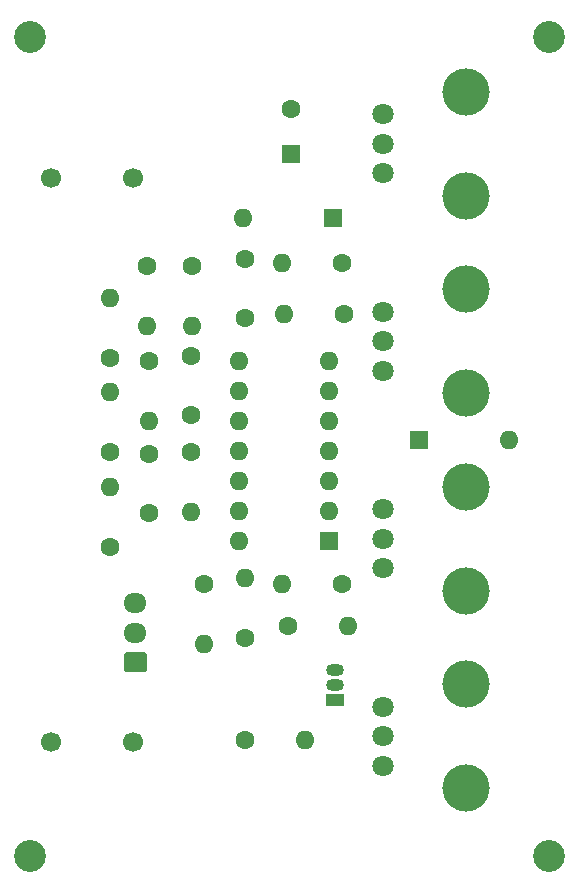
<source format=gbr>
G04 #@! TF.GenerationSoftware,KiCad,Pcbnew,(5.0.1)-rc2*
G04 #@! TF.CreationDate,2018-12-04T01:24:35-05:00*
G04 #@! TF.ProjectId,envelope,656E76656C6F70652E6B696361645F70,rev?*
G04 #@! TF.SameCoordinates,Original*
G04 #@! TF.FileFunction,Soldermask,Bot*
G04 #@! TF.FilePolarity,Negative*
%FSLAX46Y46*%
G04 Gerber Fmt 4.6, Leading zero omitted, Abs format (unit mm)*
G04 Created by KiCad (PCBNEW (5.0.1)-rc2) date 12/4/2018 1:24:35 AM*
%MOMM*%
%LPD*%
G01*
G04 APERTURE LIST*
%ADD10C,2.700000*%
%ADD11C,1.600000*%
%ADD12O,1.600000X1.600000*%
%ADD13C,4.000000*%
%ADD14C,1.800000*%
%ADD15R,1.600000X1.600000*%
%ADD16C,0.100000*%
%ADD17C,1.700000*%
%ADD18O,1.950000X1.700000*%
%ADD19O,1.500000X1.050000*%
%ADD20R,1.500000X1.050000*%
G04 APERTURE END LIST*
D10*
G04 #@! TO.C,REF\002A\002A*
X174434500Y-95250000D03*
G04 #@! TD*
G04 #@! TO.C,REF\002A\002A*
X130492500Y-95250000D03*
G04 #@! TD*
G04 #@! TO.C,REF\002A\002A*
X174434500Y-25908000D03*
G04 #@! TD*
D11*
G04 #@! TO.C,R11*
X144272000Y-45339000D03*
D12*
X144272000Y-50419000D03*
G04 #@! TD*
D13*
G04 #@! TO.C,RV_S1*
X167401000Y-72808332D03*
X167401000Y-64008332D03*
D14*
X160401000Y-70908332D03*
X160401000Y-68408332D03*
X160401000Y-65908332D03*
G04 #@! TD*
G04 #@! TO.C,RV_R1*
X160401000Y-82630000D03*
X160401000Y-85130000D03*
X160401000Y-87630000D03*
D13*
X167401000Y-80730000D03*
X167401000Y-89530000D03*
G04 #@! TD*
G04 #@! TO.C,RV_D1*
X167401000Y-56086666D03*
X167401000Y-47286666D03*
D14*
X160401000Y-54186666D03*
X160401000Y-51686666D03*
X160401000Y-49186666D03*
G04 #@! TD*
G04 #@! TO.C,RV_A1*
X160401000Y-32465000D03*
X160401000Y-34965000D03*
X160401000Y-37465000D03*
D13*
X167401000Y-30565000D03*
X167401000Y-39365000D03*
G04 #@! TD*
D15*
G04 #@! TO.C,C5*
X152654000Y-35814000D03*
D11*
X152654000Y-32014000D03*
G04 #@! TD*
D16*
G04 #@! TO.C,J8*
G36*
X140195504Y-78018204D02*
X140219773Y-78021804D01*
X140243571Y-78027765D01*
X140266671Y-78036030D01*
X140288849Y-78046520D01*
X140309893Y-78059133D01*
X140329598Y-78073747D01*
X140347777Y-78090223D01*
X140364253Y-78108402D01*
X140378867Y-78128107D01*
X140391480Y-78149151D01*
X140401970Y-78171329D01*
X140410235Y-78194429D01*
X140416196Y-78218227D01*
X140419796Y-78242496D01*
X140421000Y-78267000D01*
X140421000Y-79467000D01*
X140419796Y-79491504D01*
X140416196Y-79515773D01*
X140410235Y-79539571D01*
X140401970Y-79562671D01*
X140391480Y-79584849D01*
X140378867Y-79605893D01*
X140364253Y-79625598D01*
X140347777Y-79643777D01*
X140329598Y-79660253D01*
X140309893Y-79674867D01*
X140288849Y-79687480D01*
X140266671Y-79697970D01*
X140243571Y-79706235D01*
X140219773Y-79712196D01*
X140195504Y-79715796D01*
X140171000Y-79717000D01*
X138721000Y-79717000D01*
X138696496Y-79715796D01*
X138672227Y-79712196D01*
X138648429Y-79706235D01*
X138625329Y-79697970D01*
X138603151Y-79687480D01*
X138582107Y-79674867D01*
X138562402Y-79660253D01*
X138544223Y-79643777D01*
X138527747Y-79625598D01*
X138513133Y-79605893D01*
X138500520Y-79584849D01*
X138490030Y-79562671D01*
X138481765Y-79539571D01*
X138475804Y-79515773D01*
X138472204Y-79491504D01*
X138471000Y-79467000D01*
X138471000Y-78267000D01*
X138472204Y-78242496D01*
X138475804Y-78218227D01*
X138481765Y-78194429D01*
X138490030Y-78171329D01*
X138500520Y-78149151D01*
X138513133Y-78128107D01*
X138527747Y-78108402D01*
X138544223Y-78090223D01*
X138562402Y-78073747D01*
X138582107Y-78059133D01*
X138603151Y-78046520D01*
X138625329Y-78036030D01*
X138648429Y-78027765D01*
X138672227Y-78021804D01*
X138696496Y-78018204D01*
X138721000Y-78017000D01*
X140171000Y-78017000D01*
X140195504Y-78018204D01*
X140195504Y-78018204D01*
G37*
D17*
X139446000Y-78867000D03*
D18*
X139446000Y-76367000D03*
X139446000Y-73867000D03*
G04 #@! TD*
D11*
G04 #@! TO.C,C1*
X144145000Y-52912000D03*
X144145000Y-57912000D03*
G04 #@! TD*
G04 #@! TO.C,C3*
X140589000Y-61214000D03*
X140589000Y-66214000D03*
G04 #@! TD*
G04 #@! TO.C,C4*
X148717000Y-49704000D03*
X148717000Y-44704000D03*
G04 #@! TD*
D12*
G04 #@! TO.C,D1*
X148590000Y-41275000D03*
D15*
X156210000Y-41275000D03*
G04 #@! TD*
G04 #@! TO.C,D2*
X163449000Y-60071000D03*
D12*
X171069000Y-60071000D03*
G04 #@! TD*
D17*
G04 #@! TO.C,J2*
X139267000Y-37846000D03*
X132267000Y-37846000D03*
G04 #@! TD*
G04 #@! TO.C,J9*
X132267000Y-85598000D03*
X139267000Y-85598000D03*
G04 #@! TD*
D19*
G04 #@! TO.C,Q1*
X156337000Y-80772000D03*
X156337000Y-79502000D03*
D20*
X156337000Y-82042000D03*
G04 #@! TD*
D12*
G04 #@! TO.C,R1*
X145288000Y-77343000D03*
D11*
X145288000Y-72263000D03*
G04 #@! TD*
D12*
G04 #@! TO.C,R2*
X148717000Y-71755000D03*
D11*
X148717000Y-76835000D03*
G04 #@! TD*
G04 #@! TO.C,R3*
X140462000Y-45339000D03*
D12*
X140462000Y-50419000D03*
G04 #@! TD*
D11*
G04 #@! TO.C,R4*
X137287000Y-69088000D03*
D12*
X137287000Y-64008000D03*
G04 #@! TD*
D11*
G04 #@! TO.C,R5*
X157099000Y-49403000D03*
D12*
X152019000Y-49403000D03*
G04 #@! TD*
G04 #@! TO.C,R6*
X144145000Y-66167000D03*
D11*
X144145000Y-61087000D03*
G04 #@! TD*
G04 #@! TO.C,R7*
X156972000Y-45085000D03*
D12*
X151892000Y-45085000D03*
G04 #@! TD*
D11*
G04 #@! TO.C,R8*
X140589000Y-53340000D03*
D12*
X140589000Y-58420000D03*
G04 #@! TD*
G04 #@! TO.C,R9*
X137287000Y-48006000D03*
D11*
X137287000Y-53086000D03*
G04 #@! TD*
D12*
G04 #@! TO.C,R10*
X157480000Y-75819000D03*
D11*
X152400000Y-75819000D03*
G04 #@! TD*
D12*
G04 #@! TO.C,R12*
X151892000Y-72263000D03*
D11*
X156972000Y-72263000D03*
G04 #@! TD*
D12*
G04 #@! TO.C,R13*
X153797000Y-85471000D03*
D11*
X148717000Y-85471000D03*
G04 #@! TD*
G04 #@! TO.C,R14*
X137287000Y-61087000D03*
D12*
X137287000Y-56007000D03*
G04 #@! TD*
D15*
G04 #@! TO.C,U2*
X155829000Y-68580000D03*
D12*
X148209000Y-53340000D03*
X155829000Y-66040000D03*
X148209000Y-55880000D03*
X155829000Y-63500000D03*
X148209000Y-58420000D03*
X155829000Y-60960000D03*
X148209000Y-60960000D03*
X155829000Y-58420000D03*
X148209000Y-63500000D03*
X155829000Y-55880000D03*
X148209000Y-66040000D03*
X155829000Y-53340000D03*
X148209000Y-68580000D03*
G04 #@! TD*
D10*
G04 #@! TO.C,REF\002A\002A*
X130492500Y-25908000D03*
G04 #@! TD*
M02*

</source>
